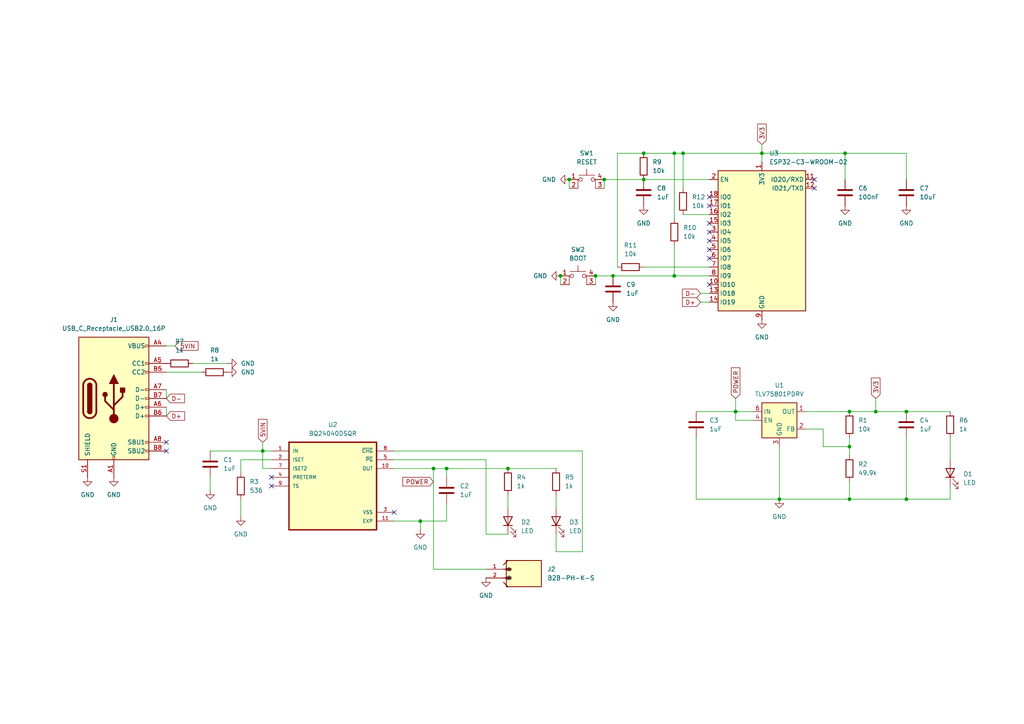
<source format=kicad_sch>
(kicad_sch (version 20250114) (generator "eeschema") (generator_version "9.0")
  (paper "A4")
  (title_block (title "Asc") (date "2025-09-15") (rev "0.0.0") (comment 4 "Andreas Mühlmann"))
  (lib_symbols
    (symbol "B2B-PH-K-S:B2B-PH-K-S" (pin_names (offset 1.016))
      (property "Reference" "J" (at -5.58 5.08 0))
      (property "Value" "B2B-PH-K-S" (at -5.08 -5.08 0))
      (symbol "B2B-PH-K-S_0_0"
        (polyline (pts (xy -5.08 3.81) (xy -3.81 5.08)) (stroke (width 0.254)))
        (polyline (pts (xy -5.08 2.54) (xy -3.175 2.54)) (stroke (width 0.254)))
        (polyline (pts (xy -5.08 0) (xy -3.175 0)) (stroke (width 0.254)))
        (polyline (pts (xy -5.08 -1.27) (xy -3.81 -2.54)) (stroke (width 0.254)))
        (rectangle (start -4.445 2.2225) (end -2.8575 2.8575) (stroke (width 0.1)) (fill (type outline)))
        (rectangle (start -4.445 -0.3175) (end -2.8575 0.3175) (stroke (width 0.1)) (fill (type outline)))
        (rectangle (start -4.2863 -2.54) (end 5.8738 5.08) (stroke (width 0.254)) (fill (type background)))
        (pin passive line (at -10.16 2.54 0) (length 5.08) (name "1") (number "1"))
        (pin passive line (at -10.16 0 0) (length 5.08) (name "2") (number "2"))
      )
    )
    (symbol "BQ24040DSQR:BQ24040DSQR" (pin_names (offset 1.016))
      (property "Reference" "U" (at -12.7 13.7 0))
      (property "Value" "BQ24040DSQR" (at -12.7 -16.7 0))
      (symbol "BQ24040DSQR_0_0"
        (rectangle (start -12.7 -12.7) (end 12.7 12.7) (stroke (width 0.41)) (fill (type background)))
        (pin input line (at -17.78 10.16 0) (length 5.08) (name "IN") (number "1"))
        (pin input line (at -17.78 7.62 0) (length 5.08) (name "ISET") (number "2"))
        (pin input line (at -17.78 5.08 0) (length 5.08) (name "ISET2") (number "7"))
        (pin input line (at -17.78 2.54 0) (length 5.08) (name "PRETERM") (number "4"))
        (pin input line (at -17.78 0 0) (length 5.08) (name "TS") (number "9"))
        (pin output line (at 17.78 10.16 180) (length 5.08) (name "~{CHG}") (number "8"))
        (pin output line (at 17.78 7.62 180) (length 5.08) (name "~{PG}") (number "5"))
        (pin output line (at 17.78 5.08 180) (length 5.08) (name "OUT") (number "10"))
        (pin power_in line (at 17.78 -7.62 180) (length 5.08) (name "VSS") (number "3"))
        (pin power_in line (at 17.78 -10.16 180) (length 5.08) (name "EXP") (number "11"))
      )
    )
    (symbol "Connector:USB_C_Receptacle_USB2.0_16P" (pin_names (offset 1.016))
      (property "Reference" "J" (at 0 22.225 0))
      (property "Value" "USB_C_Receptacle_USB2.0_16P" (at 0 19.685 0))
      (symbol "USB_C_Receptacle_USB2.0_16P_0_0"
        (rectangle (start -0.254 -17.78) (end 0.254 -16.764))
        (rectangle (start 10.16 15.494) (end 9.144 14.986))
        (rectangle (start 10.16 10.414) (end 9.144 9.906))
        (rectangle (start 10.16 7.874) (end 9.144 7.366))
        (rectangle (start 10.16 2.794) (end 9.144 2.286))
        (rectangle (start 10.16 0.254) (end 9.144 -0.254))
        (rectangle (start 10.16 -2.286) (end 9.144 -2.794))
        (rectangle (start 10.16 -4.826) (end 9.144 -5.334))
        (rectangle (start 10.16 -12.446) (end 9.144 -12.954))
        (rectangle (start 10.16 -14.986) (end 9.144 -15.494))
      )
      (symbol "USB_C_Receptacle_USB2.0_16P_0_1"
        (rectangle (start -10.16 17.78) (end 10.16 -17.78) (stroke (width 0.254)) (fill (type background)))
        (polyline (pts (xy -8.89 -3.81) (xy -8.89 3.81)) (stroke (width 0.508)))
        (rectangle (start -7.62 -3.81) (end -6.35 3.81) (stroke (width 0.254)) (fill (type outline)))
        (arc (start -7.62 3.81) (mid -6.985 4.4423) (end -6.35 3.81) (stroke (width 0.254)))
        (arc (start -7.62 3.81) (mid -6.985 4.4423) (end -6.35 3.81) (stroke (width 0.254)) (fill (type outline)))
        (arc (start -8.89 3.81) (mid -6.985 5.7067) (end -5.08 3.81) (stroke (width 0.508)))
        (arc (start -5.08 -3.81) (mid -6.985 -5.7067) (end -8.89 -3.81) (stroke (width 0.508)))
        (arc (start -6.35 -3.81) (mid -6.985 -4.4423) (end -7.62 -3.81) (stroke (width 0.254)))
        (arc (start -6.35 -3.81) (mid -6.985 -4.4423) (end -7.62 -3.81) (stroke (width 0.254)) (fill (type outline)))
        (polyline (pts (xy -5.08 3.81) (xy -5.08 -3.81)) (stroke (width 0.508)))
        (circle (center -2.54 1.143) (radius 0.635) (stroke (width 0.254)) (fill (type outline)))
        (polyline (pts (xy -1.27 4.318) (xy 0 6.858) (xy 1.27 4.318) (xy -1.27 4.318)) (stroke (width 0.254)) (fill (type outline)))
        (polyline (pts (xy 0 -2.032) (xy 2.54 0.508) (xy 2.54 1.778)) (stroke (width 0.508)))
        (polyline (pts (xy 0 -3.302) (xy -2.54 -0.762) (xy -2.54 0.508)) (stroke (width 0.508)))
        (polyline (pts (xy 0 -5.842) (xy 0 4.318)) (stroke (width 0.508)))
        (circle (center 0 -5.842) (radius 1.27) (fill (type outline)))
        (rectangle (start 1.905 1.778) (end 3.175 3.048) (stroke (width 0.254)) (fill (type outline)))
      )
      (symbol "USB_C_Receptacle_USB2.0_16P_1_1"
        (pin passive line (at -7.62 -22.86 90) (length 5.08) (name "SHIELD") (number "S1"))
        (pin passive line (at 0 -22.86 90) (length 5.08) (name "GND") (number "A1"))
        (pin passive line (at 0 -22.86 90) (length 5.08) (hide yes) (name "GND") (number "A12"))
        (pin passive line (at 0 -22.86 90) (length 5.08) (hide yes) (name "GND") (number "B1"))
        (pin passive line (at 0 -22.86 90) (length 5.08) (hide yes) (name "GND") (number "B12"))
        (pin passive line (at 15.24 15.24 180) (length 5.08) (name "VBUS") (number "A4"))
        (pin passive line (at 15.24 15.24 180) (length 5.08) (hide yes) (name "VBUS") (number "A9"))
        (pin passive line (at 15.24 15.24 180) (length 5.08) (hide yes) (name "VBUS") (number "B4"))
        (pin passive line (at 15.24 15.24 180) (length 5.08) (hide yes) (name "VBUS") (number "B9"))
        (pin bidirectional line (at 15.24 10.16 180) (length 5.08) (name "CC1") (number "A5"))
        (pin bidirectional line (at 15.24 7.62 180) (length 5.08) (name "CC2") (number "B5"))
        (pin bidirectional line (at 15.24 2.54 180) (length 5.08) (name "D-") (number "A7"))
        (pin bidirectional line (at 15.24 0 180) (length 5.08) (name "D-") (number "B7"))
        (pin bidirectional line (at 15.24 -2.54 180) (length 5.08) (name "D+") (number "A6"))
        (pin bidirectional line (at 15.24 -5.08 180) (length 5.08) (name "D+") (number "B6"))
        (pin bidirectional line (at 15.24 -12.7 180) (length 5.08) (name "SBU1") (number "A8"))
        (pin bidirectional line (at 15.24 -15.24 180) (length 5.08) (name "SBU2") (number "B8"))
      )
    )
    (symbol "Device:C" (pin_numbers (hide yes)) (pin_names (offset 0.254))
      (property "Reference" "C" (at 0.635 2.54 0))
      (property "Value" "C" (at 0.635 -2.54 0))
      (symbol "C_0_1"
        (polyline (pts (xy -2.032 0.762) (xy 2.032 0.762)) (stroke (width 0.508)))
        (polyline (pts (xy -2.032 -0.762) (xy 2.032 -0.762)) (stroke (width 0.508)))
      )
      (symbol "C_1_1"
        (pin passive line (at 0 3.81 270) (length 2.794) (name "~") (number "1"))
        (pin passive line (at 0 -3.81 90) (length 2.794) (name "~") (number "2"))
      )
    )
    (symbol "Device:LED" (pin_numbers (hide yes)) (pin_names (offset 1.016) (hide yes))
      (property "Reference" "D" (at 0 2.54 0))
      (property "Value" "LED" (at 0 -2.54 0))
      (symbol "LED_0_1"
        (polyline (pts (xy -3.048 -0.762) (xy -4.572 -2.286) (xy -3.81 -2.286) (xy -4.572 -2.286) (xy -4.572 -1.524)))
        (polyline (pts (xy -1.778 -0.762) (xy -3.302 -2.286) (xy -2.54 -2.286) (xy -3.302 -2.286) (xy -3.302 -1.524)))
        (polyline (pts (xy -1.27 0) (xy 1.27 0)))
        (polyline (pts (xy -1.27 -1.27) (xy -1.27 1.27)) (stroke (width 0.254)))
        (polyline (pts (xy 1.27 -1.27) (xy 1.27 1.27) (xy -1.27 0) (xy 1.27 -1.27)) (stroke (width 0.254)))
      )
      (symbol "LED_1_1"
        (pin passive line (at -3.81 0 0) (length 2.54) (name "K") (number "1"))
        (pin passive line (at 3.81 0 180) (length 2.54) (name "A") (number "2"))
      )
    )
    (symbol "Device:R" (pin_numbers (hide yes)) (pin_names (offset 0))
      (property "Reference" "R" (at 2.032 0 90))
      (property "Value" "R" (at 0 0 90))
      (symbol "R_0_1"
        (rectangle (start -1.016 -2.54) (end 1.016 2.54) (stroke (width 0.254)))
      )
      (symbol "R_1_1"
        (pin passive line (at 0 3.81 270) (length 1.27) (name "~") (number "1"))
        (pin passive line (at 0 -3.81 90) (length 1.27) (name "~") (number "2"))
      )
    )
    (symbol "RF_Module:ESP32-C3-WROOM-02"
      (property "Reference" "U" (at -12.192 21.336 0))
      (property "Value" "ESP32-C3-WROOM-02" (at 12.192 21.336 0))
      (symbol "ESP32-C3-WROOM-02_1_1"
        (rectangle (start -12.7 20.32) (end 12.7 -20.32) (stroke (width 0.254)) (fill (type background)))
        (pin input line (at -15.24 17.78 0) (length 2.54) (name "EN") (number "2"))
        (pin bidirectional line (at -15.24 12.7 0) (length 2.54) (name "IO0") (number "18"))
        (pin bidirectional line (at -15.24 10.16 0) (length 2.54) (name "IO1") (number "17"))
        (pin bidirectional line (at -15.24 7.62 0) (length 2.54) (name "IO2") (number "16"))
        (pin bidirectional line (at -15.24 5.08 0) (length 2.54) (name "IO3") (number "15"))
        (pin bidirectional line (at -15.24 2.54 0) (length 2.54) (name "IO4") (number "3"))
        (pin bidirectional line (at -15.24 0 0) (length 2.54) (name "IO5") (number "4"))
        (pin bidirectional line (at -15.24 -2.54 0) (length 2.54) (name "IO6") (number "5"))
        (pin bidirectional line (at -15.24 -5.08 0) (length 2.54) (name "IO7") (number "6"))
        (pin bidirectional line (at -15.24 -7.62 0) (length 2.54) (name "IO8") (number "7"))
        (pin bidirectional line (at -15.24 -10.16 0) (length 2.54) (name "IO9") (number "8"))
        (pin bidirectional line (at -15.24 -12.7 0) (length 2.54) (name "IO10") (number "10"))
        (pin bidirectional line (at -15.24 -15.24 0) (length 2.54) (name "IO18") (number "13"))
        (pin bidirectional line (at -15.24 -17.78 0) (length 2.54) (name "IO19") (number "14"))
        (pin power_in line (at 0 22.86 270) (length 2.54) (name "3V3") (number "1"))
        (pin passive line (at 0 -22.86 90) (length 2.54) (hide yes) (name "GND") (number "19"))
        (pin power_in line (at 0 -22.86 90) (length 2.54) (name "GND") (number "9"))
        (pin bidirectional line (at 15.24 17.78 180) (length 2.54) (name "IO20/RXD") (number "11"))
        (pin bidirectional line (at 15.24 15.24 180) (length 2.54) (name "IO21/TXD") (number "12"))
      )
    )
    (symbol "Regulator_Linear:TLV75801PDRV"
      (property "Reference" "U" (at -3.81 6.35 0))
      (property "Value" "TLV75801PDRV" (at 0 6.35 0))
      (symbol "TLV75801PDRV_0_1"
        (rectangle (start 5.08 -5.08) (end -5.08 5.08) (stroke (width 0.254)) (fill (type background)))
      )
      (symbol "TLV75801PDRV_1_1"
        (pin power_in line (at -7.62 2.54 0) (length 2.54) (name "IN") (number "6"))
        (pin input line (at -7.62 0 0) (length 2.54) (name "EN") (number "4"))
        (pin power_in line (at 0 -7.62 90) (length 2.54) (name "GND") (number "3"))
        (pin passive line (at 0 -7.62 90) (length 2.54) (hide yes) (name "GND") (number "7"))
        (pin no_connect line (at 5.08 0 180) (length 2.54) (hide yes) (name "DNC") (number "5"))
        (pin power_out line (at 7.62 2.54 180) (length 2.54) (name "OUT") (number "1"))
        (pin input line (at 7.62 -2.54 180) (length 2.54) (name "FB") (number "2"))
      )
    )
    (symbol "Switch:SW_MEC_5E" (pin_names (offset 1.016) (hide yes))
      (property "Reference" "SW" (at 0.635 5.715 0))
      (property "Value" "SW_MEC_5E" (at 0 -3.175 0))
      (symbol "SW_MEC_5E_0_1"
        (polyline (pts (xy -2.54 0) (xy -2.54 2.54) (xy -2.286 2.54)))
        (polyline (pts (xy -2.286 3.81) (xy 2.286 3.81)))
        (circle (center -1.778 2.54) (radius 0.508))
        (polyline (pts (xy 0 3.81) (xy 0 5.588)))
        (circle (center 1.778 2.54) (radius 0.508))
        (polyline (pts (xy 2.54 0) (xy 2.54 2.54) (xy 2.286 2.54)))
        (pin passive line (at -5.08 2.54 0) (length 2.54) (name "1") (number "1"))
        (pin passive line (at -5.08 0 0) (length 2.54) (name "2") (number "2"))
        (pin passive line (at 5.08 2.54 180) (length 2.54) (name "A") (number "4"))
        (pin passive line (at 5.08 0 180) (length 2.54) (name "K") (number "3"))
      )
    )
    (symbol "power:GND" (power) (pin_numbers (hide yes)) (pin_names (offset 0) (hide yes))
      (property "Value" "GND" (at 0 -3.81 0))
      (symbol "GND_0_1"
        (polyline (pts (xy 0 0) (xy 0 -1.27) (xy 1.27 -1.27) (xy 0 -2.54) (xy -1.27 -1.27) (xy 0 -1.27)))
      )
      (symbol "GND_1_1"
        (pin power_in line (at 0 0 270) (length 0) (name "~") (number "1"))
      )
    )
  )
  (junction (at 186.69 52.07))
  (junction (at 129.54 135.89))
  (junction (at 186.69 44.45))
  (junction (at 195.58 80.01))
  (junction (at 198.12 44.45))
  (junction (at 254 119.38))
  (junction (at 246.38 119.38))
  (junction (at 246.38 129.54))
  (junction (at 220.98 44.45))
  (junction (at 147.32 135.89))
  (junction (at 175.26 52.07))
  (junction (at 226.06 144.78))
  (junction (at 262.89 119.38))
  (junction (at 172.72 80.01))
  (junction (at 162.56 80.01))
  (junction (at 125.73 135.89))
  (junction (at 213.36 119.38))
  (junction (at 76.2 130.81))
  (junction (at 165.1 52.07))
  (junction (at 195.58 44.45))
  (junction (at 121.92 151.13))
  (junction (at 262.89 144.78))
  (junction (at 245.11 44.45))
  (junction (at 246.38 144.78))
  (junction (at 177.8 80.01))
  (no_connect (at 114.3 148.59))
  (no_connect (at 205.74 64.77))
  (no_connect (at 205.74 82.55))
  (no_connect (at 205.74 59.69))
  (no_connect (at 205.74 67.31))
  (no_connect (at 205.74 69.85))
  (no_connect (at 236.22 52.07))
  (no_connect (at 205.74 74.93))
  (no_connect (at 48.26 128.27))
  (no_connect (at 205.74 57.15))
  (no_connect (at 78.74 140.97))
  (no_connect (at 78.74 138.43))
  (no_connect (at 48.26 130.81))
  (no_connect (at 236.22 54.61))
  (no_connect (at 205.74 72.39))
  (wire (pts (xy 172.72 80.01) (xy 177.8 80.01)))
  (wire (pts (xy 114.3 151.13) (xy 121.92 151.13)))
  (wire (pts (xy 69.85 133.35) (xy 69.85 137.16)))
  (wire (pts (xy 60.96 130.81) (xy 76.2 130.81)))
  (wire (pts (xy 195.58 44.45) (xy 195.58 63.5)))
  (wire (pts (xy 125.73 135.89) (xy 129.54 135.89)))
  (wire (pts (xy 76.2 130.81) (xy 76.2 135.89)))
  (wire (pts (xy 198.12 62.23) (xy 205.74 62.23)))
  (wire (pts (xy 275.59 144.78) (xy 275.59 140.97)))
  (wire (pts (xy 245.11 44.45) (xy 262.89 44.45)))
  (wire (pts (xy 218.44 119.38) (xy 213.36 119.38)))
  (wire (pts (xy 147.32 135.89) (xy 161.29 135.89)))
  (wire (pts (xy 114.3 135.89) (xy 125.73 135.89)))
  (wire (pts (xy 125.73 165.1) (xy 140.97 165.1)))
  (wire (pts (xy 275.59 127) (xy 275.59 133.35)))
  (wire (pts (xy 186.69 77.47) (xy 205.74 77.47)))
  (wire (pts (xy 175.26 52.07) (xy 186.69 52.07)))
  (wire (pts (xy 238.76 124.46) (xy 238.76 129.54)))
  (wire (pts (xy 213.36 119.38) (xy 213.36 121.92)))
  (wire (pts (xy 226.06 144.78) (xy 246.38 144.78)))
  (wire (pts (xy 78.74 133.35) (xy 69.85 133.35)))
  (wire (pts (xy 161.29 160.02) (xy 161.29 154.94)))
  (wire (pts (xy 238.76 129.54) (xy 246.38 129.54)))
  (wire (pts (xy 177.8 80.01) (xy 195.58 80.01)))
  (wire (pts (xy 254 115.57) (xy 254 119.38)))
  (wire (pts (xy 246.38 144.78) (xy 246.38 139.7)))
  (wire (pts (xy 198.12 44.45) (xy 220.98 44.45)))
  (wire (pts (xy 226.06 129.54) (xy 226.06 144.78)))
  (wire (pts (xy 213.36 121.92) (xy 218.44 121.92)))
  (wire (pts (xy 246.38 127) (xy 246.38 129.54)))
  (wire (pts (xy 60.96 142.24) (xy 60.96 138.43)))
  (wire (pts (xy 48.26 118.11) (xy 48.26 120.65)))
  (wire (pts (xy 162.56 80.01) (xy 162.56 82.55)))
  (wire (pts (xy 262.89 127) (xy 262.89 144.78)))
  (wire (pts (xy 125.73 135.89) (xy 125.73 165.1)))
  (wire (pts (xy 203.2 87.63) (xy 205.74 87.63)))
  (wire (pts (xy 246.38 119.38) (xy 254 119.38)))
  (wire (pts (xy 78.74 135.89) (xy 76.2 135.89)))
  (wire (pts (xy 254 119.38) (xy 262.89 119.38)))
  (wire (pts (xy 220.98 41.91) (xy 220.98 44.45)))
  (wire (pts (xy 76.2 130.81) (xy 78.74 130.81)))
  (wire (pts (xy 195.58 71.12) (xy 195.58 80.01)))
  (wire (pts (xy 186.69 52.07) (xy 205.74 52.07)))
  (wire (pts (xy 195.58 44.45) (xy 186.69 44.45)))
  (wire (pts (xy 198.12 44.45) (xy 198.12 54.61)))
  (wire (pts (xy 129.54 135.89) (xy 129.54 138.43)))
  (wire (pts (xy 262.89 44.45) (xy 262.89 52.07)))
  (wire (pts (xy 175.26 52.07) (xy 175.26 54.61)))
  (wire (pts (xy 121.92 151.13) (xy 121.92 153.67)))
  (wire (pts (xy 195.58 80.01) (xy 205.74 80.01)))
  (wire (pts (xy 161.29 143.51) (xy 161.29 147.32)))
  (wire (pts (xy 245.11 44.45) (xy 245.11 52.07)))
  (wire (pts (xy 140.97 133.35) (xy 114.3 133.35)))
  (wire (pts (xy 220.98 44.45) (xy 245.11 44.45)))
  (wire (pts (xy 114.3 130.81) (xy 168.91 130.81)))
  (wire (pts (xy 179.07 44.45) (xy 179.07 77.47)))
  (wire (pts (xy 121.92 151.13) (xy 129.54 151.13)))
  (wire (pts (xy 201.93 144.78) (xy 226.06 144.78)))
  (wire (pts (xy 48.26 107.95) (xy 58.42 107.95)))
  (wire (pts (xy 55.88 105.41) (xy 66.04 105.41)))
  (wire (pts (xy 129.54 146.05) (xy 129.54 151.13)))
  (wire (pts (xy 201.93 127) (xy 201.93 144.78)))
  (wire (pts (xy 262.89 144.78) (xy 275.59 144.78)))
  (wire (pts (xy 201.93 119.38) (xy 213.36 119.38)))
  (wire (pts (xy 48.26 113.03) (xy 48.26 115.57)))
  (wire (pts (xy 246.38 129.54) (xy 246.38 132.08)))
  (wire (pts (xy 147.32 143.51) (xy 147.32 147.32)))
  (wire (pts (xy 50.8 100.33) (xy 48.26 100.33)))
  (wire (pts (xy 233.68 119.38) (xy 246.38 119.38)))
  (wire (pts (xy 203.2 85.09) (xy 205.74 85.09)))
  (wire (pts (xy 129.54 135.89) (xy 147.32 135.89)))
  (wire (pts (xy 172.72 80.01) (xy 172.72 82.55)))
  (wire (pts (xy 198.12 44.45) (xy 195.58 44.45)))
  (wire (pts (xy 147.32 154.94) (xy 140.97 154.94)))
  (wire (pts (xy 220.98 44.45) (xy 220.98 46.99)))
  (wire (pts (xy 165.1 52.07) (xy 165.1 54.61)))
  (wire (pts (xy 140.97 154.94) (xy 140.97 133.35)))
  (wire (pts (xy 186.69 44.45) (xy 179.07 44.45)))
  (wire (pts (xy 213.36 115.57) (xy 213.36 119.38)))
  (wire (pts (xy 168.91 160.02) (xy 161.29 160.02)))
  (wire (pts (xy 233.68 124.46) (xy 238.76 124.46)))
  (wire (pts (xy 246.38 144.78) (xy 262.89 144.78)))
  (wire (pts (xy 262.89 119.38) (xy 275.59 119.38)))
  (wire (pts (xy 76.2 128.27) (xy 76.2 130.81)))
  (wire (pts (xy 168.91 130.81) (xy 168.91 160.02)))
  (wire (pts (xy 69.85 144.78) (xy 69.85 149.86)))
  (global_label "D-" (shape input) (at 203.2 85.09 180) (property "Intersheetrefs" "${INTERSHEET_REFS}" (effects (hide yes))))
  (global_label "D-" (shape input) (at 48.26 115.57 0) (property "Intersheetrefs" "${INTERSHEET_REFS}" (effects (hide yes))))
  (global_label "5VIN" (shape input) (at 76.2 128.27 90) (property "Intersheetrefs" "${INTERSHEET_REFS}" (effects (hide yes))))
  (global_label "3V3" (shape input) (at 254 115.57 90) (property "Intersheetrefs" "${INTERSHEET_REFS}" (effects (hide yes))))
  (global_label "POWER" (shape input) (at 213.36 115.57 90) (property "Intersheetrefs" "${INTERSHEET_REFS}" (effects (hide yes))))
  (global_label "3V3" (shape input) (at 220.98 41.91 90) (property "Intersheetrefs" "${INTERSHEET_REFS}" (effects (hide yes))))
  (global_label "D+" (shape input) (at 203.2 87.63 180) (property "Intersheetrefs" "${INTERSHEET_REFS}" (effects (hide yes))))
  (global_label "POWER" (shape input) (at 125.73 139.7 180) (property "Intersheetrefs" "${INTERSHEET_REFS}" (effects (hide yes))))
  (global_label "D+" (shape input) (at 48.26 120.65 0) (property "Intersheetrefs" "${INTERSHEET_REFS}" (effects (hide yes))))
  (global_label "5VIN" (shape input) (at 50.8 100.33 0) (property "Intersheetrefs" "${INTERSHEET_REFS}" (effects (hide yes))))
  (symbol (lib_id "Device:R") (at 198.12 58.42 180) (unit 1)
    (property "Reference" "R12" (at 200.66 57.1499 0) (effects (justify right)))
    (property "Value" "10k" (at 200.66 59.6899 0) (effects (justify right)))
    (property "Footprint" "Resistor_SMD:R_0603_1608Metric" (effects (hide yes)))
    (property "Datasheet" "https://www.yageogroup.com/content/datasheet/asset/file/PYU-RC_GROUP_51_ROHS_L" (effects (hide yes)))
    (property "Description" "Resistor" (effects (hide yes)))
    (property "MPN" "RC0603FR-0710KL" (effects (hide yes)))
  )
  (symbol (lib_id "power:GND") (at 25.4 138.43 0) (unit 1)
    (property "Reference" "#PWR015" (effects (hide yes)))
    (property "Value" "GND" (at 25.4 143.51 0))
    (property "Description" "Power symbol creates a global label with name \"GND\" , ground" (effects (hide yes)))
  )
  (symbol (lib_id "power:GND") (at 69.85 149.86 0) (unit 1)
    (property "Reference" "#PWR02" (effects (hide yes)))
    (property "Value" "GND" (at 69.85 154.94 0))
    (property "Description" "Power symbol creates a global label with name \"GND\" , ground" (effects (hide yes)))
  )
  (symbol (lib_id "power:GND") (at 33.02 138.43 0) (unit 1)
    (property "Reference" "#PWR016" (effects (hide yes)))
    (property "Value" "GND" (at 33.02 143.51 0))
    (property "Description" "Power symbol creates a global label with name \"GND\" , ground" (effects (hide yes)))
  )
  (symbol (lib_id "B2B-PH-K-S:B2B-PH-K-S") (at 151.13 167.64 0) (unit 1)
    (property "Reference" "J2" (at 158.75 165.0999 0) (effects (justify left)))
    (property "Value" "B2B-PH-K-S" (at 158.75 167.6399 0) (effects (justify left)))
    (property "Footprint" "B2B-PH-K-S:JST_B2B-PH-K-S" (effects (hide yes)))
    (property "MF" "JST Sales" (effects (hide yes)))
    (property "Description_1" "Connector Header Through Hole 2 position 0.079 (2.00mm)" (effects (hide yes)))
    (property "Package" "None" (effects (hide yes)))
    (property "Price" "None" (effects (hide yes)))
    (property "Check_prices" "https://www.snapeda.com/parts/B2B-PH-K-S/JST/view-part/?ref=eda" (effects (hide yes)))
    (property "SnapEDA_Link" "https://www.snapeda.com/parts/B2B-PH-K-S/JST/view-part/?ref=snap" (effects (hide yes)))
    (property "MP" "B2B-PH-K-S" (effects (hide yes)))
    (property "Availability" "In Stock" (effects (hide yes)))
    (property "MANUFACTURER" "JST" (effects (hide yes)))
  )
  (symbol (lib_id "Device:R") (at 246.38 123.19 0) (unit 1)
    (property "Reference" "R1" (at 248.92 121.9199 0) (effects (justify left)))
    (property "Value" "10k" (at 248.92 124.4599 0) (effects (justify left)))
    (property "Footprint" "Resistor_SMD:R_0603_1608Metric" (effects (hide yes)))
    (property "Datasheet" "https://www.yageogroup.com/content/datasheet/asset/file/PYU-RC_GROUP_51_ROHS_L" (effects (hide yes)))
    (property "Description" "Resistor" (effects (hide yes)))
    (property "MPN" "RC0603FR-0710KL" (effects (hide yes)))
  )
  (symbol (lib_id "power:GND") (at 60.96 142.24 0) (unit 1)
    (property "Reference" "#PWR01" (effects (hide yes)))
    (property "Value" "GND" (at 60.96 147.32 0))
    (property "Description" "Power symbol creates a global label with name \"GND\" , ground" (effects (hide yes)))
  )
  (symbol (lib_id "Device:LED") (at 147.32 151.13 90) (unit 1)
    (property "Reference" "D2" (at 151.13 151.4474 90) (effects (justify right)))
    (property "Value" "LED" (at 151.13 153.9874 90) (effects (justify right)))
    (property "Footprint" "LED_SMD:LED_0603_1608Metric" (effects (hide yes)))
    (property "Description" "Light emitting diode" (effects (hide yes)))
    (property "Sim.Pins" "1=K 2=A" (effects (hide yes)))
  )
  (symbol (lib_id "Device:C") (at 262.89 55.88 0) (unit 1)
    (property "Reference" "C7" (at 266.7 54.6099 0) (effects (justify left)))
    (property "Value" "10uF" (at 266.7 57.1499 0) (effects (justify left)))
    (property "Footprint" "Capacitor_SMD:C_0603_1608Metric" (effects (hide yes)))
    (property "Datasheet" "https://www.vishay.com/docs/40189/t58.pdf" (effects (hide yes)))
    (property "Description" "Unpolarized capacitor" (effects (hide yes)))
    (property "MPN" "T58MM106M6R3C0500" (effects (hide yes)))
  )
  (symbol (lib_id "power:GND") (at 66.04 105.41 90) (unit 1)
    (property "Reference" "#PWR013" (effects (hide yes)))
    (property "Value" "GND" (at 69.85 105.4099 90) (effects (justify right)))
    (property "Description" "Power symbol creates a global label with name \"GND\" , ground" (effects (hide yes)))
  )
  (symbol (lib_id "Device:C") (at 177.8 83.82 0) (unit 1)
    (property "Reference" "C9" (at 181.61 82.5499 0) (effects (justify left)))
    (property "Value" "1uF" (at 181.61 85.0899 0) (effects (justify left)))
    (property "Footprint" "Capacitor_SMD:C_0603_1608Metric" (effects (hide yes)))
    (property "Datasheet" "https://mm.digikey.com/Volume0/opasdata/d220001/medias/docus/3584/CL10B105KP8NNNC_Spec.pdf" (effects (hide yes)))
    (property "Description" "Unpolarized capacitor" (effects (hide yes)))
    (property "MPN" "CL10B105KP8NNNC" (effects (hide yes)))
  )
  (symbol (lib_id "BQ24040DSQR:BQ24040DSQR") (at 96.52 140.97 0) (unit 1)
    (property "Reference" "U2" (at 96.52 123.19 0))
    (property "Value" "BQ24040DSQR" (at 96.52 125.73 0))
    (property "Footprint" "BQ24040DSQR:SON40P200X200X80-11N" (effects (hide yes)))
    (property "MF" "Texas Instruments" (effects (hide yes)))
    (property "Description_1" "Standalone 1-cell 1-A linear battery charger with 4.2-V VBAT and Temperature Sensing" (effects (hide yes)))
    (property "Package" "WSON-10 Texas Instruments" (effects (hide yes)))
    (property "Price" "None" (effects (hide yes)))
    (property "SnapEDA_Link" "https://www.snapeda.com/parts/BQ24040DSQR/Texas+Instruments/view-part/?ref=snap" (effects (hide yes)))
    (property "MP" "BQ24040DSQR" (effects (hide yes)))
    (property "Availability" "In Stock" (effects (hide yes)))
    (property "Check_prices" "https://www.snapeda.com/parts/BQ24040DSQR/Texas+Instruments/view-part/?ref=eda" (effects (hide yes)))
  )
  (symbol (lib_id "Device:R") (at 275.59 123.19 0) (unit 1)
    (property "Reference" "R6" (at 278.13 121.9199 0) (effects (justify left)))
    (property "Value" "1k" (at 278.13 124.4599 0) (effects (justify left)))
    (property "Footprint" "Resistor_SMD:R_0603_1608Metric" (effects (hide yes)))
    (property "Datasheet" "https://www.vishay.com/docs/20035/dcrcwe3.pdf" (effects (hide yes)))
    (property "Description" "Resistor" (effects (hide yes)))
    (property "MPN" "CRCW06031K00FKEA" (effects (hide yes)))
  )
  (symbol (lib_id "power:GND") (at 186.69 59.69 0) (unit 1)
    (property "Reference" "#PWR09" (effects (hide yes)))
    (property "Value" "GND" (at 186.69 64.77 0))
    (property "Description" "Power symbol creates a global label with name \"GND\" , ground" (effects (hide yes)))
  )
  (symbol (lib_id "Device:C") (at 262.89 123.19 0) (unit 1)
    (property "Reference" "C4" (at 266.7 121.9199 0) (effects (justify left)))
    (property "Value" "1uF" (at 266.7 124.4599 0) (effects (justify left)))
    (property "Footprint" "Capacitor_SMD:C_0603_1608Metric" (effects (hide yes)))
    (property "Datasheet" "https://mm.digikey.com/Volume0/opasdata/d220001/medias/docus/3584/CL10B105KP8NNNC_Spec.pdf" (effects (hide yes)))
    (property "Description" "Unpolarized capacitor" (effects (hide yes)))
    (property "MPN" "CL10B105KP8NNNC" (effects (hide yes)))
  )
  (symbol (lib_id "Device:LED") (at 275.59 137.16 90) (unit 1)
    (property "Reference" "D1" (at 279.4 137.4774 90) (effects (justify right)))
    (property "Value" "LED" (at 279.4 140.0174 90) (effects (justify right)))
    (property "Footprint" "LED_SMD:LED_0603_1608Metric" (effects (hide yes)))
    (property "Description" "Light emitting diode" (effects (hide yes)))
    (property "Sim.Pins" "1=K 2=A" (effects (hide yes)))
  )
  (symbol (lib_id "Switch:SW_MEC_5E") (at 167.64 82.55 0) (unit 1)
    (property "Reference" "SW2" (at 167.64 72.39 0))
    (property "Value" "BOOT" (at 167.64 74.93 0))
    (property "Footprint" "Button_Switch_SMD:SW_SPST_PTS810" (effects (hide yes)))
    (property "Datasheet" "http://www.apem.com/int/index.php?controller=attachment&id_attachment=1371" (effects (hide yes)))
    (property "Description" "MEC 5E single pole normally-open tactile switch" (effects (hide yes)))
  )
  (symbol (lib_id "Device:C") (at 60.96 134.62 0) (unit 1)
    (property "Reference" "C1" (at 64.77 133.3499 0) (effects (justify left)))
    (property "Value" "1uF" (at 64.77 135.8899 0) (effects (justify left)))
    (property "Footprint" "Capacitor_SMD:C_0603_1608Metric" (effects (hide yes)))
    (property "Datasheet" "https://mm.digikey.com/Volume0/opasdata/d220001/medias/docus/3584/CL10B105KP8NNNC_Spec.pdf" (effects (hide yes)))
    (property "Description" "Unpolarized capacitor" (effects (hide yes)))
    (property "MPN" "CL10B105KP8NNNC" (effects (hide yes)))
  )
  (symbol (lib_id "Connector:USB_C_Receptacle_USB2.0_16P") (at 33.02 115.57 0) (unit 1)
    (property "Reference" "J1" (at 33.02 92.71 0))
    (property "Value" "USB_C_Receptacle_USB2.0_16P" (at 33.02 95.25 0))
    (property "Datasheet" "https://www.usb.org/sites/default/files/documents/usb_type-c.zip" (effects (hide yes)))
    (property "Description" "USB 2.0-only 16P Type-C Receptacle connector" (effects (hide yes)))
  )
  (symbol (lib_id "Device:R") (at 52.07 105.41 90) (unit 1)
    (property "Reference" "R7" (at 52.07 99.06 90))
    (property "Value" "1k" (at 52.07 101.6 90))
    (property "Footprint" "Resistor_SMD:R_0603_1608Metric" (effects (hide yes)))
    (property "Datasheet" "https://www.vishay.com/docs/20035/dcrcwe3.pdf" (effects (hide yes)))
    (property "Description" "Resistor" (effects (hide yes)))
    (property "MPN" "CRCW06031K00FKEA" (effects (hide yes)))
  )
  (symbol (lib_id "Device:R") (at 195.58 67.31 0) (unit 1)
    (property "Reference" "R10" (at 198.12 66.0399 0) (effects (justify left)))
    (property "Value" "10k" (at 198.12 68.5799 0) (effects (justify left)))
    (property "Footprint" "Resistor_SMD:R_0603_1608Metric" (effects (hide yes)))
    (property "Datasheet" "https://www.yageogroup.com/content/datasheet/asset/file/PYU-RC_GROUP_51_ROHS_L" (effects (hide yes)))
    (property "Description" "Resistor" (effects (hide yes)))
    (property "MPN" "RC0603FR-0710KL" (effects (hide yes)))
  )
  (symbol (lib_id "Device:R") (at 161.29 139.7 0) (unit 1)
    (property "Reference" "R5" (at 163.83 138.4299 0) (effects (justify left)))
    (property "Value" "1k" (at 163.83 140.9699 0) (effects (justify left)))
    (property "Footprint" "Resistor_SMD:R_0603_1608Metric" (effects (hide yes)))
    (property "Datasheet" "https://www.vishay.com/docs/20035/dcrcwe3.pdf" (effects (hide yes)))
    (property "Description" "Resistor" (effects (hide yes)))
    (property "MPN" "CRCW06031K00FKEA" (effects (hide yes)))
  )
  (symbol (lib_id "Device:R") (at 182.88 77.47 90) (unit 1)
    (property "Reference" "R11" (at 182.88 71.12 90))
    (property "Value" "10k" (at 182.88 73.66 90))
    (property "Footprint" "Resistor_SMD:R_0603_1608Metric" (effects (hide yes)))
    (property "Datasheet" "https://www.yageogroup.com/content/datasheet/asset/file/PYU-RC_GROUP_51_ROHS_L" (effects (hide yes)))
    (property "Description" "Resistor" (effects (hide yes)))
    (property "MPN" "RC0603FR-0710KL" (effects (hide yes)))
  )
  (symbol (lib_id "Regulator_Linear:TLV75801PDRV") (at 226.06 121.92 0) (unit 1)
    (property "Reference" "U1" (at 226.06 111.76 0))
    (property "Value" "TLV75801PDRV" (at 226.06 114.3 0))
    (property "Footprint" "Package_SON:WSON-6-1EP_2x2mm_P0.65mm_EP1x1.6mm" (effects (hide yes)))
    (property "Datasheet" "https://www.ti.com/lit/ds/symlink/tlv758p.pdf" (effects (hide yes)))
    (property "Description" "500mA Low-Dropout Linear Regulator, Adjustable Output, WSON-6" (effects (hide yes)))
  )
  (symbol (lib_id "Device:C") (at 201.93 123.19 0) (unit 1)
    (property "Reference" "C3" (at 205.74 121.9199 0) (effects (justify left)))
    (property "Value" "1uF" (at 205.74 124.4599 0) (effects (justify left)))
    (property "Footprint" "Capacitor_SMD:C_0603_1608Metric" (effects (hide yes)))
    (property "Datasheet" "https://mm.digikey.com/Volume0/opasdata/d220001/medias/docus/3584/CL10B105KP8NNNC_Spec.pdf" (effects (hide yes)))
    (property "Description" "Unpolarized capacitor" (effects (hide yes)))
    (property "MPN" "CL10B105KP8NNNC" (effects (hide yes)))
  )
  (symbol (lib_id "power:GND") (at 140.97 167.64 0) (unit 1)
    (property "Reference" "#PWR06" (effects (hide yes)))
    (property "Value" "GND" (at 140.97 172.72 0))
    (property "Description" "Power symbol creates a global label with name \"GND\" , ground" (effects (hide yes)))
  )
  (symbol (lib_id "Device:R") (at 69.85 140.97 0) (unit 1)
    (property "Reference" "R3" (at 72.39 139.6999 0) (effects (justify left)))
    (property "Value" "536" (at 72.39 142.2399 0) (effects (justify left)))
    (property "Footprint" "Resistor_SMD:R_0603_1608Metric" (effects (hide yes)))
    (property "Datasheet" "https://industrial.panasonic.com/cdbs/www-data/pdf/RDA0000/AOA0000C304.pdf" (effects (hide yes)))
    (property "Description" "Resistor" (effects (hide yes)))
    (property "MPN" "ERJ-3EKF5360V" (effects (hide yes)))
  )
  (symbol (lib_id "Device:R") (at 147.32 139.7 0) (unit 1)
    (property "Reference" "R4" (at 149.86 138.4299 0) (effects (justify left)))
    (property "Value" "1k" (at 149.86 140.9699 0) (effects (justify left)))
    (property "Footprint" "Resistor_SMD:R_0603_1608Metric" (effects (hide yes)))
    (property "Datasheet" "https://www.vishay.com/docs/20035/dcrcwe3.pdf" (effects (hide yes)))
    (property "Description" "Resistor" (effects (hide yes)))
    (property "MPN" "CRCW06031K00FKEA" (effects (hide yes)))
  )
  (symbol (lib_id "power:GND") (at 245.11 59.69 0) (unit 1)
    (property "Reference" "#PWR011" (effects (hide yes)))
    (property "Value" "GND" (at 245.11 64.77 0))
    (property "Description" "Power symbol creates a global label with name \"GND\" , ground" (effects (hide yes)))
  )
  (symbol (lib_id "power:GND") (at 226.06 144.78 0) (unit 1)
    (property "Reference" "#PWR05" (effects (hide yes)))
    (property "Value" "GND" (at 226.06 149.86 0))
    (property "Description" "Power symbol creates a global label with name \"GND\" , ground" (effects (hide yes)))
  )
  (symbol (lib_id "power:GND") (at 66.04 107.95 90) (unit 1)
    (property "Reference" "#PWR014" (effects (hide yes)))
    (property "Value" "GND" (at 69.85 107.9499 90) (effects (justify right)))
    (property "Description" "Power symbol creates a global label with name \"GND\" , ground" (effects (hide yes)))
  )
  (symbol (lib_id "Device:R") (at 246.38 135.89 0) (unit 1)
    (property "Reference" "R2" (at 248.92 134.6199 0) (effects (justify left)))
    (property "Value" "49.9k" (at 248.92 137.1599 0) (effects (justify left)))
    (property "Footprint" "Resistor_SMD:R_0603_1608Metric" (effects (hide yes)))
    (property "Datasheet" "https://www.vishay.com/docs/28758/tnpw_e3.pdf" (effects (hide yes)))
    (property "Description" "Resistor" (effects (hide yes)))
    (property "MPN" "TNPW060349K9BEEA" (effects (hide yes)))
  )
  (symbol (lib_id "Device:C") (at 245.11 55.88 0) (unit 1)
    (property "Reference" "C6" (at 248.92 54.6099 0) (effects (justify left)))
    (property "Value" "100nF" (at 248.92 57.1499 0) (effects (justify left)))
    (property "Footprint" "Capacitor_SMD:C_0603_1608Metric" (effects (hide yes)))
    (property "Datasheet" "https://www.yageogroup.com/content/datasheet/asset/file/KEM_C1002_X7R_SMD" (effects (hide yes)))
    (property "Description" "Unpolarized capacitor" (effects (hide yes)))
    (property "MPN" "C0603C104K8RACTU" (effects (hide yes)))
  )
  (symbol (lib_id "power:GND") (at 177.8 87.63 0) (unit 1)
    (property "Reference" "#PWR08" (effects (hide yes)))
    (property "Value" "GND" (at 177.8 92.71 0))
    (property "Description" "Power symbol creates a global label with name \"GND\" , ground" (effects (hide yes)))
  )
  (symbol (lib_id "power:GND") (at 262.89 59.69 0) (unit 1)
    (property "Reference" "#PWR012" (effects (hide yes)))
    (property "Value" "GND" (at 262.89 64.77 0))
    (property "Description" "Power symbol creates a global label with name \"GND\" , ground" (effects (hide yes)))
  )
  (symbol (lib_id "power:GND") (at 121.92 153.67 0) (unit 1)
    (property "Reference" "#PWR03" (effects (hide yes)))
    (property "Value" "GND" (at 121.92 158.75 0))
    (property "Description" "Power symbol creates a global label with name \"GND\" , ground" (effects (hide yes)))
  )
  (symbol (lib_id "RF_Module:ESP32-C3-WROOM-02") (at 220.98 69.85 0) (unit 1)
    (property "Reference" "U3" (at 223.1233 44.45 0) (effects (justify left)))
    (property "Value" "ESP32-C3-WROOM-02" (at 223.1233 46.99 0) (effects (justify left)))
    (property "Footprint" "RF_Module:ESP32-C3-WROOM-02" (effects (hide yes)))
    (property "Datasheet" "https://www.espressif.com/sites/default/files/documentation/esp32-c3-wroom-02_datasheet_en.pdf" (effects (hide yes)))
    (property "Description" "802.11 b/g/n Wi­Fi and Bluetooth 5 module, ESP32­C3 SoC, RISC­V microprocessor, On-board antenna" (effects (hide yes)))
  )
  (symbol (lib_id "Switch:SW_MEC_5E") (at 170.18 54.61 0) (unit 1)
    (property "Reference" "SW1" (at 170.18 44.45 0))
    (property "Value" "RESET" (at 170.18 46.99 0))
    (property "Footprint" "Button_Switch_SMD:SW_SPST_PTS810" (effects (hide yes)))
    (property "Datasheet" "http://www.apem.com/int/index.php?controller=attachment&id_attachment=1371" (effects (hide yes)))
    (property "Description" "MEC 5E single pole normally-open tactile switch" (effects (hide yes)))
  )
  (symbol (lib_id "power:GND") (at 165.1 52.07 270) (unit 1)
    (property "Reference" "#PWR04" (effects (hide yes)))
    (property "Value" "GND" (at 161.29 52.0699 90) (effects (justify right)))
    (property "Description" "Power symbol creates a global label with name \"GND\" , ground" (effects (hide yes)))
  )
  (symbol (lib_id "Device:C") (at 186.69 55.88 0) (unit 1)
    (property "Reference" "C8" (at 190.5 54.6099 0) (effects (justify left)))
    (property "Value" "1uF" (at 190.5 57.1499 0) (effects (justify left)))
    (property "Footprint" "Capacitor_SMD:C_0603_1608Metric" (effects (hide yes)))
    (property "Datasheet" "https://mm.digikey.com/Volume0/opasdata/d220001/medias/docus/3584/CL10B105KP8NNNC_Spec.pdf" (effects (hide yes)))
    (property "Description" "Unpolarized capacitor" (effects (hide yes)))
    (property "MPN" "CL10B105KP8NNNC" (effects (hide yes)))
  )
  (symbol (lib_id "Device:R") (at 62.23 107.95 90) (unit 1)
    (property "Reference" "R8" (at 62.23 101.6 90))
    (property "Value" "1k" (at 62.23 104.14 90))
    (property "Footprint" "Resistor_SMD:R_0603_1608Metric" (effects (hide yes)))
    (property "Datasheet" "https://www.vishay.com/docs/20035/dcrcwe3.pdf" (effects (hide yes)))
    (property "Description" "Resistor" (effects (hide yes)))
    (property "MPN" "CRCW06031K00FKEA" (effects (hide yes)))
  )
  (symbol (lib_id "Device:LED") (at 161.29 151.13 90) (unit 1)
    (property "Reference" "D3" (at 165.1 151.4474 90) (effects (justify right)))
    (property "Value" "LED" (at 165.1 153.9874 90) (effects (justify right)))
    (property "Footprint" "LED_SMD:LED_0603_1608Metric" (effects (hide yes)))
    (property "Description" "Light emitting diode" (effects (hide yes)))
    (property "Sim.Pins" "1=K 2=A" (effects (hide yes)))
  )
  (symbol (lib_id "Device:C") (at 129.54 142.24 0) (unit 1)
    (property "Reference" "C2" (at 133.35 140.9699 0) (effects (justify left)))
    (property "Value" "1uF" (at 133.35 143.5099 0) (effects (justify left)))
    (property "Footprint" "Capacitor_SMD:C_0603_1608Metric" (effects (hide yes)))
    (property "Datasheet" "https://mm.digikey.com/Volume0/opasdata/d220001/medias/docus/3584/CL10B105KP8NNNC_Spec.pdf" (effects (hide yes)))
    (property "Description" "Unpolarized capacitor" (effects (hide yes)))
    (property "MPN" "CL10B105KP8NNNC" (effects (hide yes)))
  )
  (symbol (lib_id "power:GND") (at 220.98 92.71 0) (unit 1)
    (property "Reference" "#PWR010" (effects (hide yes)))
    (property "Value" "GND" (at 220.98 97.79 0))
    (property "Description" "Power symbol creates a global label with name \"GND\" , ground" (effects (hide yes)))
  )
  (symbol (lib_id "Device:R") (at 186.69 48.26 0) (unit 1)
    (property "Reference" "R9" (at 189.23 46.9899 0) (effects (justify left)))
    (property "Value" "10k" (at 189.23 49.5299 0) (effects (justify left)))
    (property "Footprint" "Resistor_SMD:R_0603_1608Metric" (effects (hide yes)))
    (property "Datasheet" "https://www.yageogroup.com/content/datasheet/asset/file/PYU-RC_GROUP_51_ROHS_L" (effects (hide yes)))
    (property "Description" "Resistor" (effects (hide yes)))
    (property "MPN" "RC0603FR-0710KL" (effects (hide yes)))
  )
  (symbol (lib_id "power:GND") (at 162.56 80.01 270) (unit 1)
    (property "Reference" "#PWR07" (effects (hide yes)))
    (property "Value" "GND" (at 158.75 80.0099 90) (effects (justify right)))
    (property "Description" "Power symbol creates a global label with name \"GND\" , ground" (effects (hide yes)))
  )
)
</source>
